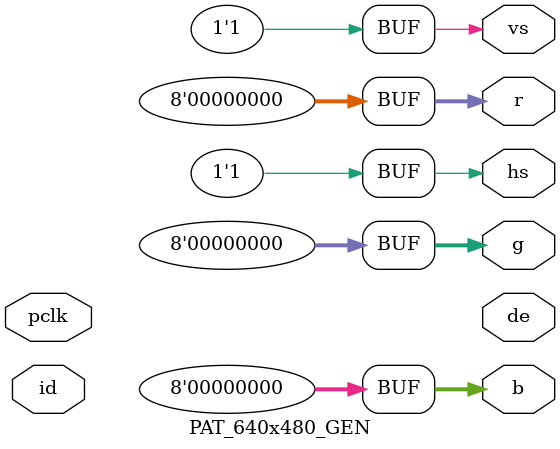
<source format=v>
`define PAT_NONE		0
`define PAT_H_SCALE 	1
`define PAT_V_SCALE		2

module PAT_640x480_GEN(
	pclk,  // 25M
	hs,
	vs,
	de,
	r,
	g,
	b,
	id,
);

input 			pclk;
input	[1:0]	id;
output			hs;
output			vs;
output			de;
output	[7:0]	r;
output	[7:0]	g;
output	[7:0]	b;

assign hs = 1'b1;
assign vs = 1'b1;
assign r = 0;
assign g = 0;
assign b = 0;

endmodule

</source>
